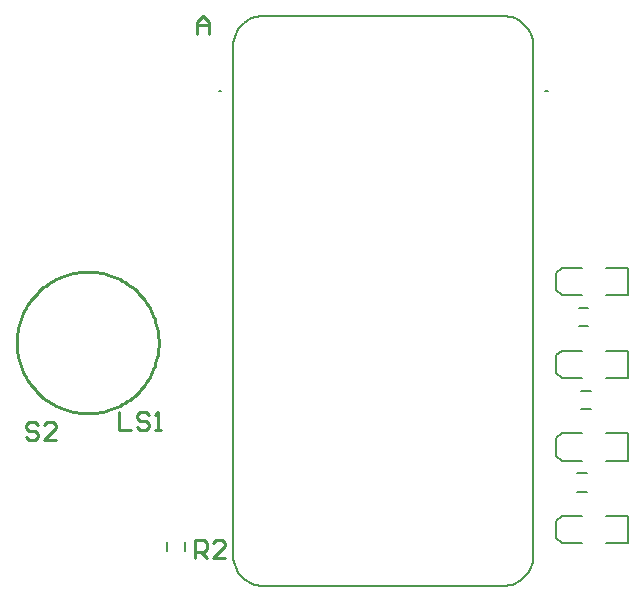
<source format=gto>
G04*
G04 #@! TF.GenerationSoftware,Altium Limited,Altium Designer,22.0.2 (36)*
G04*
G04 Layer_Color=65535*
%FSLAX25Y25*%
%MOIN*%
G70*
G04*
G04 #@! TF.SameCoordinates,3FE311A2-DF91-43EC-BEA0-AB145DDAB98B*
G04*
G04*
G04 #@! TF.FilePolarity,Positive*
G04*
G01*
G75*
%ADD10C,0.01000*%
%ADD11C,0.00500*%
%ADD12C,0.00787*%
D10*
X256522Y125343D02*
X256501Y126345D01*
X256437Y127346D01*
X256331Y128343D01*
X256182Y129335D01*
X255992Y130319D01*
X255760Y131295D01*
X255487Y132260D01*
X255173Y133212D01*
X254819Y134150D01*
X254425Y135073D01*
X253993Y135977D01*
X253522Y136863D01*
X253015Y137728D01*
X252471Y138570D01*
X251892Y139389D01*
X251279Y140182D01*
X250633Y140949D01*
X249954Y141688D01*
X249245Y142397D01*
X248506Y143075D01*
X247740Y143721D01*
X246947Y144335D01*
X246128Y144914D01*
X245285Y145457D01*
X244420Y145965D01*
X243535Y146435D01*
X242630Y146868D01*
X241708Y147261D01*
X240770Y147615D01*
X239817Y147929D01*
X238852Y148203D01*
X237877Y148434D01*
X236892Y148625D01*
X235900Y148773D01*
X234903Y148880D01*
X233903Y148943D01*
X232900Y148965D01*
X231897Y148943D01*
X230897Y148880D01*
X229900Y148773D01*
X228908Y148625D01*
X227923Y148434D01*
X226948Y148203D01*
X225983Y147929D01*
X225031Y147615D01*
X224092Y147261D01*
X223170Y146868D01*
X222265Y146435D01*
X221380Y145965D01*
X220515Y145457D01*
X219672Y144914D01*
X218854Y144335D01*
X218060Y143721D01*
X217294Y143075D01*
X216555Y142397D01*
X215846Y141688D01*
X215168Y140949D01*
X214521Y140182D01*
X213908Y139389D01*
X213329Y138570D01*
X212785Y137728D01*
X212278Y136863D01*
X211807Y135977D01*
X211375Y135073D01*
X210981Y134150D01*
X210627Y133212D01*
X210313Y132260D01*
X210040Y131295D01*
X209808Y130319D01*
X209618Y129335D01*
X209469Y128343D01*
X209363Y127346D01*
X209299Y126345D01*
X209278Y125343D01*
X209299Y124340D01*
X209363Y123339D01*
X209469Y122342D01*
X209618Y121351D01*
X209808Y120366D01*
X210040Y119390D01*
X210313Y118426D01*
X210627Y117473D01*
X210981Y116535D01*
X211375Y115613D01*
X211807Y114708D01*
X212278Y113822D01*
X212785Y112957D01*
X213329Y112115D01*
X213908Y111296D01*
X214521Y110503D01*
X215168Y109736D01*
X215846Y108998D01*
X216555Y108289D01*
X217294Y107610D01*
X218060Y106964D01*
X218854Y106351D01*
X219672Y105772D01*
X220515Y105228D01*
X221380Y104720D01*
X222265Y104250D01*
X223170Y103817D01*
X224093Y103424D01*
X225031Y103070D01*
X225983Y102756D01*
X226948Y102483D01*
X227923Y102251D01*
X228908Y102060D01*
X229900Y101912D01*
X230897Y101806D01*
X231898Y101742D01*
X232900Y101721D01*
X233903Y101742D01*
X234903Y101806D01*
X235900Y101912D01*
X236892Y102060D01*
X237877Y102251D01*
X238852Y102483D01*
X239817Y102756D01*
X240770Y103070D01*
X241708Y103424D01*
X242630Y103818D01*
X243535Y104250D01*
X244421Y104720D01*
X245285Y105228D01*
X246128Y105772D01*
X246947Y106351D01*
X247740Y106964D01*
X248507Y107610D01*
X249245Y108289D01*
X249954Y108998D01*
X250633Y109736D01*
X251279Y110503D01*
X251892Y111296D01*
X252471Y112115D01*
X253015Y112958D01*
X253522Y113822D01*
X253993Y114708D01*
X254425Y115613D01*
X254819Y116535D01*
X255173Y117473D01*
X255487Y118426D01*
X255760Y119390D01*
X255992Y120366D01*
X256182Y121351D01*
X256331Y122342D01*
X256437Y123339D01*
X256501Y124340D01*
X256522Y125343D01*
X243372Y102215D02*
Y96216D01*
X247370D01*
X253368Y101215D02*
X252369Y102215D01*
X250369D01*
X249370Y101215D01*
Y100215D01*
X250369Y99216D01*
X252369D01*
X253368Y98216D01*
Y97216D01*
X252369Y96216D01*
X250369D01*
X249370Y97216D01*
X255368Y96216D02*
X257367D01*
X256367D01*
Y102215D01*
X255368Y101215D01*
X216200Y97699D02*
X215201Y98699D01*
X213201D01*
X212202Y97699D01*
Y96700D01*
X213201Y95700D01*
X215201D01*
X216200Y94700D01*
Y93701D01*
X215201Y92701D01*
X213201D01*
X212202Y93701D01*
X222198Y92701D02*
X218200D01*
X222198Y96700D01*
Y97699D01*
X221199Y98699D01*
X219199D01*
X218200Y97699D01*
X268502Y53501D02*
Y59499D01*
X271501D01*
X272500Y58499D01*
Y56500D01*
X271501Y55500D01*
X268502D01*
X270501D02*
X272500Y53501D01*
X278498D02*
X274500D01*
X278498Y57500D01*
Y58499D01*
X277499Y59499D01*
X275499D01*
X274500Y58499D01*
X269200Y228300D02*
Y232299D01*
X271199Y234298D01*
X273199Y232299D01*
Y228300D01*
Y231299D01*
X269200D01*
D11*
X371405Y44216D02*
X372386Y44264D01*
X373356Y44408D01*
X374308Y44646D01*
X375232Y44977D01*
X376119Y45397D01*
X376961Y45901D01*
X377749Y46486D01*
X378477Y47145D01*
X379135Y47872D01*
X379720Y48660D01*
X380225Y49502D01*
X380644Y50389D01*
X380975Y51313D01*
X381213Y52265D01*
X381357Y53236D01*
X381405Y54216D01*
Y224216D02*
X381357Y225196D01*
X381213Y226167D01*
X380975Y227118D01*
X380644Y228043D01*
X380225Y228930D01*
X379720Y229771D01*
X379135Y230560D01*
X378477Y231287D01*
X377749Y231946D01*
X376961Y232530D01*
X376119Y233035D01*
X375232Y233454D01*
X374308Y233785D01*
X373356Y234023D01*
X372386Y234168D01*
X371405Y234216D01*
X281405Y54216D02*
X281453Y53236D01*
X281598Y52265D01*
X281836Y51313D01*
X282167Y50389D01*
X282586Y49502D01*
X283091Y48660D01*
X283675Y47872D01*
X284334Y47145D01*
X285062Y46486D01*
X285850Y45901D01*
X286691Y45397D01*
X287579Y44977D01*
X288503Y44646D01*
X289455Y44408D01*
X290425Y44264D01*
X291405Y44216D01*
Y234216D02*
X290425Y234168D01*
X289455Y234023D01*
X288503Y233785D01*
X287579Y233454D01*
X286691Y233035D01*
X285850Y232530D01*
X285062Y231946D01*
X284334Y231287D01*
X283675Y230560D01*
X283091Y229771D01*
X282586Y228930D01*
X282167Y228043D01*
X281836Y227118D01*
X281598Y226167D01*
X281453Y225196D01*
X281405Y224216D01*
X291405Y44216D02*
X371405D01*
X381405Y54216D02*
Y224216D01*
X291405Y234215D02*
X371405D01*
X281405Y54216D02*
Y224216D01*
D12*
X386169Y209216D02*
X385382D01*
X386169D01*
X277429D02*
X276642D01*
X277429D01*
X265451Y55725D02*
Y58875D01*
X259349Y55725D02*
Y58875D01*
X390945Y58465D02*
X397638D01*
X388976Y65945D02*
X390945Y67520D01*
X388976Y60040D02*
X390945Y58465D01*
Y67520D02*
X397638D01*
X388976Y60040D02*
Y65945D01*
X412992Y58465D02*
Y67520D01*
X405512Y58465D02*
X412992D01*
X405512Y67520D02*
X412992D01*
X390945Y113583D02*
X397638D01*
X388976Y121063D02*
X390945Y122638D01*
X388976Y115157D02*
X390945Y113583D01*
Y122638D02*
X397638D01*
X388976Y115157D02*
Y121063D01*
X412992Y113583D02*
Y122638D01*
X405512Y113583D02*
X412992D01*
X405512Y122638D02*
X412992D01*
X396669Y136909D02*
X399818D01*
X396669Y130807D02*
X399818D01*
X397400Y109350D02*
X400550D01*
X397400Y103248D02*
X400550D01*
X390945Y141142D02*
X397638D01*
X388976Y148622D02*
X390945Y150197D01*
X388976Y142717D02*
X390945Y141142D01*
Y150197D02*
X397638D01*
X388976Y142717D02*
Y148622D01*
X412992Y141142D02*
Y150197D01*
X405512Y141142D02*
X412992D01*
X405512Y150197D02*
X412992D01*
X390945Y86024D02*
X397638D01*
X388976Y93504D02*
X390945Y95079D01*
X388976Y87598D02*
X390945Y86024D01*
Y95079D02*
X397638D01*
X388976Y87598D02*
Y93504D01*
X412992Y86024D02*
Y95079D01*
X405512Y86024D02*
X412992D01*
X405512Y95079D02*
X412992D01*
X396063Y81791D02*
X399213D01*
X396063Y75689D02*
X399213D01*
M02*

</source>
